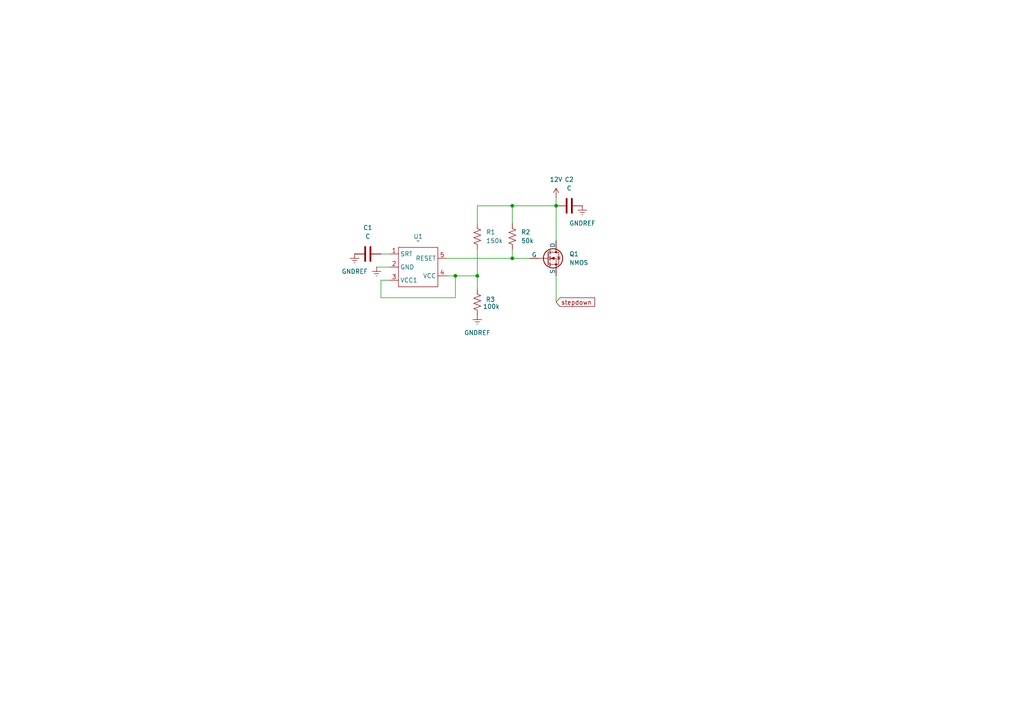
<source format=kicad_sch>
(kicad_sch (version 20231120) (generator "eeschema") (generator_version "8.0")
  (paper "A4")
  (lib_symbols
    (symbol "Bat_lib:LP3470A"
      (property "Reference" "U" (at 0 0 0))
      (symbol "LP3470A_0_1"
        (rectangle (start -5.08 -1.905) (end 6.35 -13.335))
      )
      (symbol "LP3470A_1_1"
        (pin input line (at -7.62 -3.81 0) (length 2.54) (name "SRT") (number "1"))
        (pin input line (at -7.62 -7.62 0) (length 2.54) (name "GND") (number "2"))
        (pin input line (at -7.62 -11.43 0) (length 2.54) (name "VCC1") (number "3"))
        (pin input line (at 8.89 -10.16 180) (length 2.54) (name "VCC") (number "4"))
        (pin input line (at 8.89 -5.08 180) (length 2.54) (name "RESET") (number "5"))
      )
    )
    (symbol "Device:C" (pin_numbers hide) (pin_names (offset 0.254))
      (property "Reference" "C" (at 0.635 2.54 0))
      (property "Value" "C" (at 0.635 -2.54 0))
      (symbol "C_0_1"
        (polyline (pts (xy -2.032 -0.762) (xy 2.032 -0.762)) (stroke (width 0.508)))
        (polyline (pts (xy -2.032 0.762) (xy 2.032 0.762)) (stroke (width 0.508)))
      )
      (symbol "C_1_1"
        (pin passive line (at 0 3.81 270) (length 2.794) (name "~") (number "1"))
        (pin passive line (at 0 -3.81 90) (length 2.794) (name "~") (number "2"))
      )
    )
    (symbol "Device:R_US" (pin_numbers hide) (pin_names (offset 0))
      (property "Reference" "R" (at 2.54 0 90))
      (property "Value" "R_US" (at -2.54 0 90))
      (symbol "R_US_0_1"
        (polyline (pts (xy 0 -2.286) (xy 0 -2.54)))
        (polyline (pts (xy 0 2.286) (xy 0 2.54)))
        (polyline (pts (xy 0 -0.762) (xy 1.016 -1.143) (xy 0 -1.524) (xy -1.016 -1.905) (xy 0 -2.286)))
        (polyline (pts (xy 0 0.762) (xy 1.016 0.381) (xy 0 0) (xy -1.016 -0.381) (xy 0 -0.762)))
        (polyline (pts (xy 0 2.286) (xy 1.016 1.905) (xy 0 1.524) (xy -1.016 1.143) (xy 0 0.762)))
      )
      (symbol "R_US_1_1"
        (pin passive line (at 0 3.81 270) (length 1.27) (name "~") (number "1"))
        (pin passive line (at 0 -3.81 90) (length 1.27) (name "~") (number "2"))
      )
    )
    (symbol "Simulation_SPICE:NMOS" (pin_numbers hide) (pin_names (offset 0))
      (property "Reference" "Q" (at 5.08 1.27 0))
      (property "Value" "NMOS" (at 5.08 -1.27 0))
      (symbol "NMOS_0_1"
        (polyline (pts (xy 0.254 0) (xy -2.54 0)))
        (polyline (pts (xy 0.254 1.905) (xy 0.254 -1.905)) (stroke (width 0.254)))
        (polyline (pts (xy 0.762 -1.27) (xy 0.762 -2.286)) (stroke (width 0.254)))
        (polyline (pts (xy 0.762 0.508) (xy 0.762 -0.508)) (stroke (width 0.254)))
        (polyline (pts (xy 0.762 2.286) (xy 0.762 1.27)) (stroke (width 0.254)))
        (polyline (pts (xy 2.54 2.54) (xy 2.54 1.778)))
        (polyline (pts (xy 2.54 -2.54) (xy 2.54 0) (xy 0.762 0)))
        (polyline (pts (xy 0.762 -1.778) (xy 3.302 -1.778) (xy 3.302 1.778) (xy 0.762 1.778)))
        (polyline (pts (xy 1.016 0) (xy 2.032 0.381) (xy 2.032 -0.381) (xy 1.016 0)) (fill (type outline)))
        (polyline (pts (xy 2.794 0.508) (xy 2.921 0.381) (xy 3.683 0.381) (xy 3.81 0.254)))
        (polyline (pts (xy 3.302 0.381) (xy 2.921 -0.254) (xy 3.683 -0.254) (xy 3.302 0.381)))
        (circle (center 1.651 0) (radius 2.794) (stroke (width 0.254)))
        (circle (center 2.54 -1.778) (radius 0.254) (fill (type outline)))
        (circle (center 2.54 1.778) (radius 0.254) (fill (type outline)))
      )
      (symbol "NMOS_1_1"
        (pin passive line (at 2.54 5.08 270) (length 2.54) (name "D") (number "1"))
        (pin input line (at -5.08 0 0) (length 2.54) (name "G") (number "2"))
        (pin passive line (at 2.54 -5.08 90) (length 2.54) (name "S") (number "3"))
      )
    )
    (symbol "power:GNDREF" (power) (pin_numbers hide) (pin_names (offset 0) hide)
      (property "Value" "GNDREF" (at 0 -3.81 0))
      (symbol "GNDREF_0_1"
        (polyline (pts (xy -0.635 -1.905) (xy 0.635 -1.905)))
        (polyline (pts (xy -0.127 -2.54) (xy 0.127 -2.54)))
        (polyline (pts (xy 0 -1.27) (xy 0 0)))
        (polyline (pts (xy 1.27 -1.27) (xy -1.27 -1.27)))
      )
      (symbol "GNDREF_1_1"
        (pin power_in line (at 0 0 270) (length 0) (name "~") (number "1"))
      )
    )
    (symbol "power:VCC" (power) (pin_numbers hide) (pin_names (offset 0) hide)
      (property "Value" "VCC" (at 0 3.556 0))
      (symbol "VCC_0_1"
        (polyline (pts (xy -0.762 1.27) (xy 0 2.54)))
        (polyline (pts (xy 0 0) (xy 0 2.54)))
        (polyline (pts (xy 0 2.54) (xy 0.762 1.27)))
      )
      (symbol "VCC_1_1"
        (pin power_in line (at 0 0 90) (length 0) (name "~") (number "1"))
      )
    )
  )
  (junction (at 161.29 59.69))
  (junction (at 132.08 80.01))
  (junction (at 138.43 80.01))
  (junction (at 148.59 74.93))
  (junction (at 148.59 59.69))
  (wire (pts (xy 132.08 80.01) (xy 138.43 80.01)))
  (wire (pts (xy 161.29 57.15) (xy 161.29 59.69)))
  (wire (pts (xy 161.29 80.01) (xy 161.29 87.63)))
  (wire (pts (xy 110.49 86.36) (xy 132.08 86.36)))
  (wire (pts (xy 138.43 72.39) (xy 138.43 80.01)))
  (wire (pts (xy 161.29 59.69) (xy 161.29 69.85)))
  (wire (pts (xy 109.22 77.47) (xy 113.03 77.47)))
  (wire (pts (xy 110.49 81.28) (xy 110.49 86.36)))
  (wire (pts (xy 129.54 74.93) (xy 148.59 74.93)))
  (wire (pts (xy 138.43 80.01) (xy 138.43 83.82)))
  (wire (pts (xy 113.03 81.28) (xy 110.49 81.28)))
  (wire (pts (xy 129.54 80.01) (xy 132.08 80.01)))
  (wire (pts (xy 148.59 59.69) (xy 161.29 59.69)))
  (wire (pts (xy 148.59 72.39) (xy 148.59 74.93)))
  (wire (pts (xy 148.59 59.69) (xy 148.59 64.77)))
  (wire (pts (xy 110.49 73.66) (xy 113.03 73.66)))
  (wire (pts (xy 132.08 86.36) (xy 132.08 80.01)))
  (wire (pts (xy 138.43 59.69) (xy 148.59 59.69)))
  (wire (pts (xy 138.43 64.77) (xy 138.43 59.69)))
  (wire (pts (xy 148.59 74.93) (xy 153.67 74.93)))
  (global_label "stepdown" (shape input) (at 161.29 87.63 0) (property "Intersheetrefs" "${INTERSHEET_REFS}" (effects (hide yes))))
  (symbol (lib_id "Simulation_SPICE:NMOS") (at 158.75 74.93 0) (unit 1)
    (property "Reference" "Q1" (at 165.1 73.6599 0) (effects (justify left)))
    (property "Value" "NMOS" (at 165.1 76.1999 0) (effects (justify left)))
    (property "Datasheet" "https://ngspice.sourceforge.io/docs/ngspice-html-manual/manual.xhtml#cha_MOSFETs" (effects (hide yes)))
    (property "Description" "N-MOSFET transistor, drain/source/gate" (effects (hide yes)))
    (property "Sim.Device" "NMOS" (effects (hide yes)))
    (property "Sim.Type" "VDMOS" (effects (hide yes)))
    (property "Sim.Pins" "1=D 2=G 3=S" (effects (hide yes)))
  )
  (symbol (lib_id "power:GNDREF") (at 109.22 77.47 0) (unit 1)
    (property "Reference" "#PWR03" (effects (hide yes)))
    (property "Value" "GNDREF" (effects (hide yes)))
    (property "Description" "Power symbol creates a global label with name \"GNDREF\" , reference supply ground" (effects (hide yes)))
  )
  (symbol (lib_id "Bat_lib:LP3470A") (at 120.65 69.85 0) (unit 1)
    (property "Reference" "U1" (at 121.285 68.58 0))
    (property "Value" "~" (at 121.285 69.85 0))
  )
  (symbol (lib_id "power:GNDREF") (at 102.87 73.66 0) (unit 1)
    (property "Reference" "#PWR02" (effects (hide yes)))
    (property "Value" "GNDREF" (at 102.87 78.74 0))
    (property "Description" "Power symbol creates a global label with name \"GNDREF\" , reference supply ground" (effects (hide yes)))
  )
  (symbol (lib_id "Device:C") (at 165.1 59.69 90) (unit 1)
    (property "Reference" "C2" (at 165.1 52.07 90))
    (property "Value" "C" (at 165.1 54.61 90))
    (property "Description" "Unpolarized capacitor" (effects (hide yes)))
  )
  (symbol (lib_id "power:GNDREF") (at 138.43 91.44 0) (unit 1)
    (property "Reference" "#PWR04" (effects (hide yes)))
    (property "Value" "GNDREF" (at 138.43 96.52 0))
    (property "Description" "Power symbol creates a global label with name \"GNDREF\" , reference supply ground" (effects (hide yes)))
  )
  (symbol (lib_id "Device:R_US") (at 138.43 68.58 0) (unit 1)
    (property "Reference" "R1" (at 140.97 67.3099 0) (effects (justify left)))
    (property "Value" "150k" (at 140.97 69.85 0) (effects (justify left)))
    (property "Description" "Resistor, US symbol" (effects (hide yes)))
  )
  (symbol (lib_id "Device:R_US") (at 148.59 68.58 0) (unit 1)
    (property "Reference" "R2" (at 151.13 67.3099 0) (effects (justify left)))
    (property "Value" "50k" (at 151.13 69.8499 0) (effects (justify left)))
    (property "Description" "Resistor, US symbol" (effects (hide yes)))
  )
  (symbol (lib_id "Device:C") (at 106.68 73.66 90) (unit 1)
    (property "Reference" "C1" (at 106.68 66.04 90))
    (property "Value" "C" (at 106.68 68.58 90))
    (property "Description" "Unpolarized capacitor" (effects (hide yes)))
  )
  (symbol (lib_id "power:VCC") (at 161.29 57.15 0) (unit 1)
    (property "Reference" "#PWR01" (effects (hide yes)))
    (property "Value" "12V" (at 161.29 52.07 0))
    (property "Description" "Power symbol creates a global label with name \"VCC\"" (effects (hide yes)))
  )
  (symbol (lib_id "Device:R_US") (at 138.43 87.63 0) (unit 1)
    (property "Reference" "R3" (at 142.24 86.868 0))
    (property "Value" "100k" (at 142.494 88.9 0))
    (property "Description" "Resistor, US symbol" (effects (hide yes)))
  )
  (symbol (lib_id "power:GNDREF") (at 168.91 59.69 0) (unit 1)
    (property "Reference" "#PWR05" (effects (hide yes)))
    (property "Value" "GNDREF" (at 168.91 64.77 0))
    (property "Description" "Power symbol creates a global label with name \"GNDREF\" , reference supply ground" (effects (hide yes)))
  )
)
</source>
